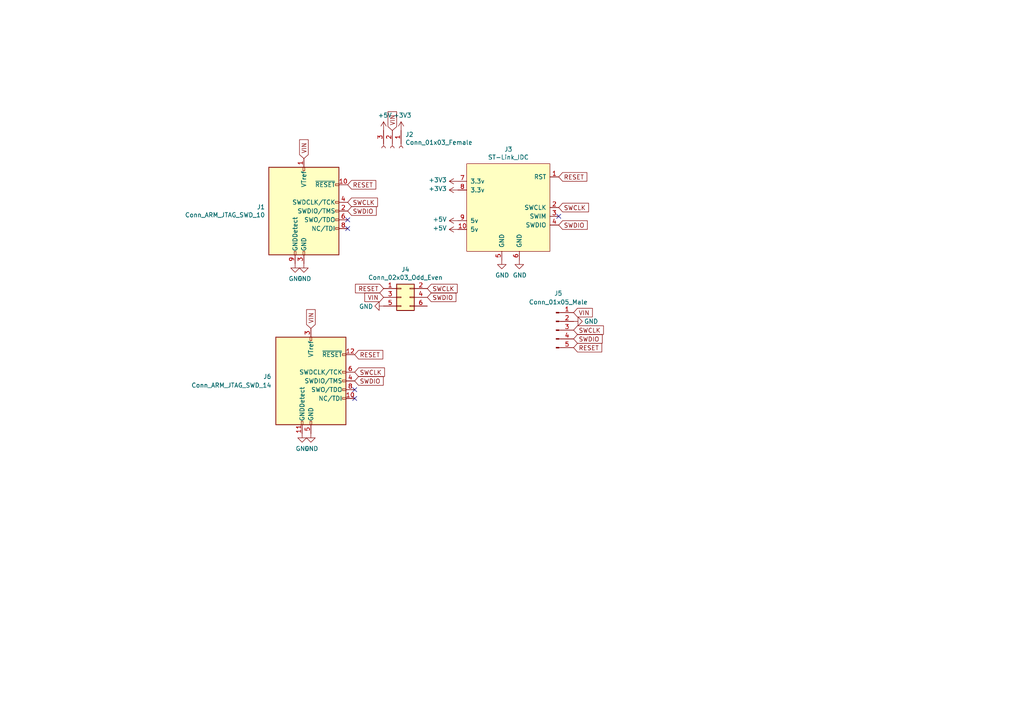
<source format=kicad_sch>
(kicad_sch (version 20230121) (generator eeschema)
  (paper "A4")
  (lib_symbols
    (symbol "Connector:Conn_01x03_Female" (pin_names (offset 1.016) hide)
      (property "Reference" "J" (at 0 5.08 0))
      (property "Value" "Conn_01x03_Female" (at 0 -5.08 0))
      (symbol "Conn_01x03_Female_1_1"
        (arc (start 0 -2.032) (mid -0.5058 -2.54) (end 0 -3.048) (stroke (width 0.1524)))
        (polyline (pts (xy -1.27 -2.54) (xy -0.508 -2.54)) (stroke (width 0.1524)))
        (polyline (pts (xy -1.27 0) (xy -0.508 0)) (stroke (width 0.1524)))
        (polyline (pts (xy -1.27 2.54) (xy -0.508 2.54)) (stroke (width 0.1524)))
        (arc (start 0 0.508) (mid -0.5058 0) (end 0 -0.508) (stroke (width 0.1524)))
        (arc (start 0 3.048) (mid -0.5058 2.54) (end 0 2.032) (stroke (width 0.1524)))
        (pin passive line (at -5.08 2.54 0) (length 3.81) (name "Pin_1") (number "1"))
        (pin passive line (at -5.08 0 0) (length 3.81) (name "Pin_2") (number "2"))
        (pin passive line (at -5.08 -2.54 0) (length 3.81) (name "Pin_3") (number "3"))
      )
    )
    (symbol "Connector:Conn_01x05_Male" (pin_names (offset 1.016) hide)
      (property "Reference" "J" (at 0 7.62 0))
      (property "Value" "Conn_01x05_Male" (at 0 -7.62 0))
      (symbol "Conn_01x05_Male_1_1"
        (polyline (pts (xy 1.27 -5.08) (xy 0.8636 -5.08)) (stroke (width 0.1524)))
        (polyline (pts (xy 1.27 -2.54) (xy 0.8636 -2.54)) (stroke (width 0.1524)))
        (polyline (pts (xy 1.27 0) (xy 0.8636 0)) (stroke (width 0.1524)))
        (polyline (pts (xy 1.27 2.54) (xy 0.8636 2.54)) (stroke (width 0.1524)))
        (polyline (pts (xy 1.27 5.08) (xy 0.8636 5.08)) (stroke (width 0.1524)))
        (rectangle (start 0.8636 -4.953) (end 0 -5.207) (stroke (width 0.1524)) (fill (type outline)))
        (rectangle (start 0.8636 -2.413) (end 0 -2.667) (stroke (width 0.1524)) (fill (type outline)))
        (rectangle (start 0.8636 0.127) (end 0 -0.127) (stroke (width 0.1524)) (fill (type outline)))
        (rectangle (start 0.8636 2.667) (end 0 2.413) (stroke (width 0.1524)) (fill (type outline)))
        (rectangle (start 0.8636 5.207) (end 0 4.953) (stroke (width 0.1524)) (fill (type outline)))
        (pin passive line (at 5.08 5.08 180) (length 3.81) (name "Pin_1") (number "1"))
        (pin passive line (at 5.08 2.54 180) (length 3.81) (name "Pin_2") (number "2"))
        (pin passive line (at 5.08 0 180) (length 3.81) (name "Pin_3") (number "3"))
        (pin passive line (at 5.08 -2.54 180) (length 3.81) (name "Pin_4") (number "4"))
        (pin passive line (at 5.08 -5.08 180) (length 3.81) (name "Pin_5") (number "5"))
      )
    )
    (symbol "Connector:Conn_ARM_JTAG_SWD_10" (pin_names (offset 1.016))
      (property "Reference" "J" (at -2.54 16.51 0))
      (property "Value" "Conn_ARM_JTAG_SWD_10" (at -2.54 13.97 0))
      (symbol "Conn_ARM_JTAG_SWD_10_0_1"
        (rectangle (start -10.16 12.7) (end 10.16 -12.7) (stroke (width 0.254)) (fill (type background)))
        (rectangle (start -2.794 -12.7) (end -2.286 -11.684))
        (rectangle (start -0.254 -12.7) (end 0.254 -11.684))
        (rectangle (start -0.254 12.7) (end 0.254 11.684))
        (rectangle (start 9.144 2.286) (end 10.16 2.794))
        (rectangle (start 10.16 -2.794) (end 9.144 -2.286))
        (rectangle (start 10.16 -0.254) (end 9.144 0.254))
        (rectangle (start 10.16 7.874) (end 9.144 7.366))
      )
      (symbol "Conn_ARM_JTAG_SWD_10_1_1"
        (rectangle (start 9.144 -5.334) (end 10.16 -4.826))
        (pin power_in line (at 0 15.24 270) (length 2.54) (name "VTref") (number "1"))
        (pin open_collector line (at 12.7 7.62 180) (length 2.54) (name "~{RESET}") (number "10"))
        (pin bidirectional line (at 12.7 0 180) (length 2.54) (name "SWDIO/TMS") (number "2"))
        (pin power_in line (at 0 -15.24 90) (length 2.54) (name "GND") (number "3"))
        (pin output line (at 12.7 2.54 180) (length 2.54) (name "SWDCLK/TCK") (number "4"))
        (pin passive line (at 0 -15.24 90) (length 2.54) hide (name "GND") (number "5"))
        (pin input line (at 12.7 -2.54 180) (length 2.54) (name "SWO/TDO") (number "6"))
        (pin no_connect line (at -10.16 0 0) (length 2.54) hide (name "KEY") (number "7"))
        (pin output line (at 12.7 -5.08 180) (length 2.54) (name "NC/TDI") (number "8"))
        (pin passive line (at -2.54 -15.24 90) (length 2.54) (name "GNDDetect") (number "9"))
      )
    )
    (symbol "Connector_Generic:Conn_02x03_Odd_Even" (pin_names (offset 1.016) hide)
      (property "Reference" "J" (at 1.27 5.08 0))
      (property "Value" "Conn_02x03_Odd_Even" (at 1.27 -5.08 0))
      (symbol "Conn_02x03_Odd_Even_1_1"
        (rectangle (start -1.27 -2.413) (end 0 -2.667) (stroke (width 0.1524)))
        (rectangle (start -1.27 0.127) (end 0 -0.127) (stroke (width 0.1524)))
        (rectangle (start -1.27 2.667) (end 0 2.413) (stroke (width 0.1524)))
        (rectangle (start -1.27 3.81) (end 3.81 -3.81) (stroke (width 0.254)) (fill (type background)))
        (rectangle (start 3.81 -2.413) (end 2.54 -2.667) (stroke (width 0.1524)))
        (rectangle (start 3.81 0.127) (end 2.54 -0.127) (stroke (width 0.1524)))
        (rectangle (start 3.81 2.667) (end 2.54 2.413) (stroke (width 0.1524)))
        (pin passive line (at -5.08 2.54 0) (length 3.81) (name "Pin_1") (number "1"))
        (pin passive line (at 7.62 2.54 180) (length 3.81) (name "Pin_2") (number "2"))
        (pin passive line (at -5.08 0 0) (length 3.81) (name "Pin_3") (number "3"))
        (pin passive line (at 7.62 0 180) (length 3.81) (name "Pin_4") (number "4"))
        (pin passive line (at -5.08 -2.54 0) (length 3.81) (name "Pin_5") (number "5"))
        (pin passive line (at 7.62 -2.54 180) (length 3.81) (name "Pin_6") (number "6"))
      )
    )
    (symbol "ST-Link:ST-Link_IDC" (pin_names (offset 1.016))
      (property "Reference" "J" (at 0 0 0))
      (property "Value" "ST-Link_IDC" (at 0 2.54 0))
      (symbol "ST-Link_IDC_0_1"
        (rectangle (start -12.7 12.7) (end 11.43 -12.7) (fill (type background)))
      )
      (symbol "ST-Link_IDC_1_1"
        (pin output line (at 13.97 8.89 180) (length 2.54) (name "RST") (number "1"))
        (pin power_out line (at -15.24 -6.35 0) (length 2.54) (name "5v") (number "10"))
        (pin output line (at 13.97 0 180) (length 2.54) (name "SWCLK") (number "2"))
        (pin output line (at 13.97 -2.54 180) (length 2.54) (name "SWIM") (number "3"))
        (pin output line (at 13.97 -5.08 180) (length 2.54) (name "SWDIO") (number "4"))
        (pin power_out line (at -2.54 -15.24 90) (length 2.54) (name "GND") (number "5"))
        (pin power_out line (at 2.54 -15.24 90) (length 2.54) (name "GND") (number "6"))
        (pin power_out line (at -15.24 7.62 0) (length 2.54) (name "3.3v") (number "7"))
        (pin power_out line (at -15.24 5.08 0) (length 2.54) (name "3.3v") (number "8"))
        (pin power_out line (at -15.24 -3.81 0) (length 2.54) (name "5v") (number "9"))
      )
    )
    (symbol "STDC14-V3Mini-JTAG:Conn_ARM_JTAG_SWD_14" (pin_names (offset 1.016))
      (property "Reference" "J" (at -2.54 16.51 0))
      (property "Value" "Conn_ARM_JTAG_SWD_14" (at -2.54 13.97 0))
      (symbol "Conn_ARM_JTAG_SWD_14_0_1"
        (rectangle (start -10.16 12.7) (end 10.16 -12.7) (stroke (width 0.254)) (fill (type background)))
        (rectangle (start -2.794 -12.7) (end -2.286 -11.684))
        (rectangle (start -0.254 -12.7) (end 0.254 -11.684))
        (rectangle (start -0.254 12.7) (end 0.254 11.684))
        (rectangle (start 9.144 2.286) (end 10.16 2.794))
        (rectangle (start 10.16 -2.794) (end 9.144 -2.286))
        (rectangle (start 10.16 -0.254) (end 9.144 0.254))
        (rectangle (start 10.16 7.874) (end 9.144 7.366))
      )
      (symbol "Conn_ARM_JTAG_SWD_14_1_1"
        (rectangle (start 9.144 -5.334) (end 10.16 -4.826))
        (pin power_in line (at -13.208 8.636 0) (length 2.54) hide (name "Reserved") (number "1"))
        (pin output line (at 12.7 -5.08 180) (length 2.54) (name "NC/TDI") (number "10"))
        (pin passive line (at -2.54 -15.24 90) (length 2.54) (name "GNDDetect") (number "11"))
        (pin open_collector line (at 12.7 7.62 180) (length 2.54) (name "~{RESET}") (number "12"))
        (pin power_in line (at -13.208 3.556 0) (length 2.54) hide (name "Reserved") (number "13"))
        (pin power_in line (at -13.208 0.762 0) (length 2.54) hide (name "Reserved") (number "14"))
        (pin power_in line (at -12.954 6.35 0) (length 2.54) hide (name "Reserved") (number "2"))
        (pin power_in line (at 0 15.24 270) (length 2.54) (name "VTref") (number "3"))
        (pin bidirectional line (at 12.7 0 180) (length 2.54) (name "SWDIO/TMS") (number "4"))
        (pin power_in line (at 0 -15.24 90) (length 2.54) (name "GND") (number "5"))
        (pin output line (at 12.7 2.54 180) (length 2.54) (name "SWDCLK/TCK") (number "6"))
        (pin passive line (at 0 -15.24 90) (length 2.54) hide (name "GND") (number "7"))
        (pin no_connect line (at -10.16 0 0) (length 2.54) hide (name "KEY") (number "7"))
        (pin input line (at 12.7 -2.54 180) (length 2.54) (name "SWO/TDO") (number "8"))
      )
    )
    (symbol "power:+3.3V" (power) (pin_names (offset 0))
      (property "Value" "+3.3V" (at 0 3.556 0))
      (symbol "+3.3V_0_1"
        (polyline (pts (xy -0.762 1.27) (xy 0 2.54)))
        (polyline (pts (xy 0 0) (xy 0 2.54)))
        (polyline (pts (xy 0 2.54) (xy 0.762 1.27)))
      )
      (symbol "+3.3V_1_1"
        (pin power_in line (at 0 0 90) (length 0) hide (name "+3V3") (number "1"))
      )
    )
    (symbol "power:+5V" (power) (pin_names (offset 0))
      (property "Value" "+5V" (at 0 3.556 0))
      (symbol "+5V_0_1"
        (polyline (pts (xy -0.762 1.27) (xy 0 2.54)))
        (polyline (pts (xy 0 0) (xy 0 2.54)))
        (polyline (pts (xy 0 2.54) (xy 0.762 1.27)))
      )
      (symbol "+5V_1_1"
        (pin power_in line (at 0 0 90) (length 0) hide (name "+5V") (number "1"))
      )
    )
    (symbol "power:GND" (power) (pin_names (offset 0))
      (property "Value" "GND" (at 0 -3.81 0))
      (symbol "GND_0_1"
        (polyline (pts (xy 0 0) (xy 0 -1.27) (xy 1.27 -1.27) (xy 0 -2.54) (xy -1.27 -1.27) (xy 0 -1.27)))
      )
      (symbol "GND_1_1"
        (pin power_in line (at 0 0 270) (length 0) hide (name "GND") (number "1"))
      )
    )
  )
  (no_connect (at 162.052 62.738))
  (no_connect (at 102.87 115.57))
  (no_connect (at 102.87 113.03))
  (no_connect (at 100.838 66.294))
  (no_connect (at 100.838 63.754))
  (global_label "RESET" (shape input) (at 102.87 102.87 0) (property "Intersheetrefs" "${INTERSHEET_REFS}" (effects hide)))
  (global_label "VIN" (shape input) (at 113.792 37.846 90) (property "Intersheetrefs" "${INTERSHEET_REFS}" (effects hide)))
  (global_label "SWCLK" (shape input) (at 166.37 95.758 0) (property "Intersheetrefs" "${INTERSHEET_REFS}" (effects hide)))
  (global_label "SWDIO" (shape input) (at 162.052 65.278 0) (property "Intersheetrefs" "${INTERSHEET_REFS}" (effects hide)))
  (global_label "RESET" (shape input) (at 162.052 51.308 0) (property "Intersheetrefs" "${INTERSHEET_REFS}" (effects hide)))
  (global_label "RESET" (shape input) (at 111.252 83.693 180) (property "Intersheetrefs" "${INTERSHEET_REFS}" (effects hide)))
  (global_label "SWDIO" (shape input) (at 166.37 98.298 0) (property "Intersheetrefs" "${INTERSHEET_REFS}" (effects hide)))
  (global_label "VIN" (shape input) (at 88.138 45.974 90) (property "Intersheetrefs" "${INTERSHEET_REFS}" (effects hide)))
  (global_label "SWCLK" (shape input) (at 102.87 107.95 0) (property "Intersheetrefs" "${INTERSHEET_REFS}" (effects hide)))
  (global_label "VIN" (shape input) (at 111.252 86.233 180) (property "Intersheetrefs" "${INTERSHEET_REFS}" (effects hide)))
  (global_label "SWCLK" (shape input) (at 100.838 58.674 0) (property "Intersheetrefs" "${INTERSHEET_REFS}" (effects hide)))
  (global_label "SWDIO" (shape input) (at 102.87 110.49 0) (property "Intersheetrefs" "${INTERSHEET_REFS}" (effects hide)))
  (global_label "VIN" (shape input) (at 166.37 90.678 0) (property "Intersheetrefs" "${INTERSHEET_REFS}" (effects hide)))
  (global_label "SWDIO" (shape input) (at 123.952 86.233 0) (property "Intersheetrefs" "${INTERSHEET_REFS}" (effects hide)))
  (global_label "SWCLK" (shape input) (at 162.052 60.198 0) (property "Intersheetrefs" "${INTERSHEET_REFS}" (effects hide)))
  (global_label "VIN" (shape input) (at 90.17 95.25 90) (property "Intersheetrefs" "${INTERSHEET_REFS}" (effects hide)))
  (global_label "SWCLK" (shape input) (at 123.952 83.693 0) (property "Intersheetrefs" "${INTERSHEET_REFS}" (effects hide)))
  (global_label "SWDIO" (shape input) (at 100.838 61.214 0) (property "Intersheetrefs" "${INTERSHEET_REFS}" (effects hide)))
  (global_label "RESET" (shape input) (at 100.838 53.594 0) (property "Intersheetrefs" "${INTERSHEET_REFS}" (effects hide)))
  (global_label "RESET" (shape input) (at 166.37 100.838 0) (property "Intersheetrefs" "${INTERSHEET_REFS}" (effects hide)))
  (symbol (lib_id "Connector:Conn_ARM_JTAG_SWD_10") (at 88.138 61.214 0) (unit 1)
    (property "Reference" "J1" (at 76.8858 60.0456 0) (effects (justify right)))
    (property "Value" "Conn_ARM_JTAG_SWD_10" (at 76.8858 62.357 0) (effects (justify right)))
    (property "Footprint" "UsefulModifications:CONN_3220-10-0100-00_CNC" (effects hide))
    (property "Datasheet" "http://infocenter.arm.com/help/topic/com.arm.doc.ddi0314h/DDI0314H_coresight_components_trm.pdf" (effects hide))
  )
  (symbol (lib_id "ST-Link:ST-Link_IDC") (at 148.082 60.198 0) (unit 1)
    (property "Reference" "J3" (at 147.447 43.307 0))
    (property "Value" "ST-Link_IDC" (at 147.447 45.6184 0))
    (property "Footprint" "Connector_IDC:IDC-Header_2x05_P2.54mm_Vertical" (effects hide))
  )
  (symbol (lib_id "power:GND") (at 145.542 75.438 0) (unit 1)
    (property "Reference" "#PWR0101" (effects hide))
    (property "Value" "GND" (at 145.669 79.8322 0))
  )
  (symbol (lib_id "power:GND") (at 150.622 75.438 0) (unit 1)
    (property "Reference" "#PWR0102" (effects hide))
    (property "Value" "GND" (at 150.749 79.8322 0))
  )
  (symbol (lib_id "power:GND") (at 85.598 76.454 0) (unit 1)
    (property "Reference" "#PWR0103" (effects hide))
    (property "Value" "GND" (at 85.725 80.8482 0))
  )
  (symbol (lib_id "power:GND") (at 88.138 76.454 0) (unit 1)
    (property "Reference" "#PWR0104" (effects hide))
    (property "Value" "GND" (at 88.265 80.8482 0))
  )
  (symbol (lib_id "Connector:Conn_01x03_Female") (at 113.792 42.926 270) (unit 1)
    (property "Reference" "J2" (at 117.5512 39.0144 90) (effects (justify left)))
    (property "Value" "Conn_01x03_Female" (at 117.5512 41.3258 90) (effects (justify left)))
    (property "Footprint" "Connector_PinHeader_2.54mm:PinHeader_1x03_P2.54mm_Vertical" (effects hide))
  )
  (symbol (lib_id "power:+3.3V") (at 132.842 52.578 90) (unit 1)
    (property "Reference" "#PWR0105" (effects hide))
    (property "Value" "+3.3V" (at 129.5908 52.197 90) (effects (justify left)))
  )
  (symbol (lib_id "power:+3.3V") (at 132.842 55.118 90) (unit 1)
    (property "Reference" "#PWR0106" (effects hide))
    (property "Value" "+3.3V" (at 129.5908 54.737 90) (effects (justify left)))
  )
  (symbol (lib_id "power:+3.3V") (at 116.332 37.846 0) (unit 1)
    (property "Reference" "#PWR0107" (effects hide))
    (property "Value" "+3.3V" (at 116.713 33.4518 0))
  )
  (symbol (lib_id "power:+5V") (at 132.842 64.008 90) (unit 1)
    (property "Reference" "#PWR0108" (effects hide))
    (property "Value" "+5V" (at 129.5908 63.627 90) (effects (justify left)))
  )
  (symbol (lib_id "power:+5V") (at 132.842 66.548 90) (unit 1)
    (property "Reference" "#PWR0109" (effects hide))
    (property "Value" "+5V" (at 129.5908 66.167 90) (effects (justify left)))
  )
  (symbol (lib_id "power:+5V") (at 111.252 37.846 0) (unit 1)
    (property "Reference" "#PWR0110" (effects hide))
    (property "Value" "+5V" (at 111.633 33.4518 0))
  )
  (symbol (lib_id "Connector_Generic:Conn_02x03_Odd_Even") (at 116.332 86.233 0) (unit 1)
    (property "Reference" "J4" (at 117.602 78.1812 0))
    (property "Value" "Conn_02x03_Odd_Even" (at 117.602 80.4926 0))
    (property "Footprint" "Connector_IDC:IDC-Header_2x03_P2.54mm_Vertical" (effects hide))
  )
  (symbol (lib_id "power:GND") (at 111.252 88.773 270) (unit 1)
    (property "Reference" "#PWR01" (effects hide))
    (property "Value" "GND" (at 106.172 88.9 90))
  )
  (symbol (lib_id "power:GND") (at 90.17 125.73 0) (unit 1)
    (property "Reference" "#PWR04" (effects hide))
    (property "Value" "GND" (at 90.297 130.1242 0))
  )
  (symbol (lib_id "Connector:Conn_01x05_Male") (at 161.29 95.758 0) (unit 1)
    (property "Reference" "J5" (at 161.925 85.09 0))
    (property "Value" "Conn_01x05_Male" (at 161.925 87.63 0))
    (property "Footprint" "Connector_JST:JST_SH_BM05B-SRSS-TB_1x05-1MP_P1.00mm_Vertical" (effects hide))
  )
  (symbol (lib_id "power:GND") (at 87.63 125.73 0) (unit 1)
    (property "Reference" "#PWR02" (effects hide))
    (property "Value" "GND" (at 87.757 130.1242 0))
  )
  (symbol (lib_id "power:GND") (at 166.37 93.218 90) (unit 1)
    (property "Reference" "#PWR03" (effects hide))
    (property "Value" "GND" (at 171.45 93.218 90))
  )
  (symbol (lib_id "STDC14-V3Mini-JTAG:Conn_ARM_JTAG_SWD_14") (at 90.17 110.49 0) (unit 1)
    (property "Reference" "J6" (at 78.74 109.22 0) (effects (justify right)))
    (property "Value" "Conn_ARM_JTAG_SWD_14" (at 78.74 111.76 0) (effects (justify right)))
    (property "Footprint" "UsefulModifications:SWD14 STLINK-V3-Mini" (effects hide))
    (property "Datasheet" "http://infocenter.arm.com/help/topic/com.arm.doc.ddi0314h/DDI0314H_coresight_components_trm.pdf" (effects hide))
  )
)
</source>
